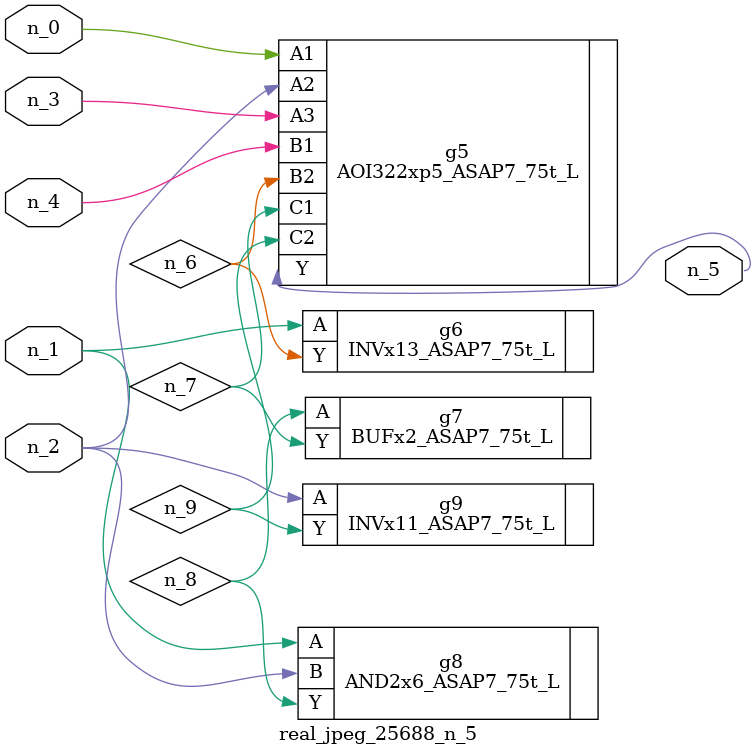
<source format=v>
module real_jpeg_25688_n_5 (n_4, n_0, n_1, n_2, n_3, n_5);

input n_4;
input n_0;
input n_1;
input n_2;
input n_3;

output n_5;

wire n_8;
wire n_6;
wire n_7;
wire n_9;

AOI322xp5_ASAP7_75t_L g5 ( 
.A1(n_0),
.A2(n_2),
.A3(n_3),
.B1(n_4),
.B2(n_6),
.C1(n_7),
.C2(n_9),
.Y(n_5)
);

INVx13_ASAP7_75t_L g6 ( 
.A(n_1),
.Y(n_6)
);

AND2x6_ASAP7_75t_L g8 ( 
.A(n_1),
.B(n_2),
.Y(n_8)
);

INVx11_ASAP7_75t_L g9 ( 
.A(n_2),
.Y(n_9)
);

BUFx2_ASAP7_75t_L g7 ( 
.A(n_8),
.Y(n_7)
);


endmodule
</source>
